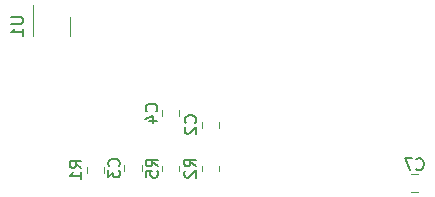
<source format=gbr>
%TF.GenerationSoftware,KiCad,Pcbnew,7.0.7*%
%TF.CreationDate,2024-01-23T19:19:34-06:00*%
%TF.ProjectId,Md-rev-1,4d642d72-6576-42d3-912e-6b696361645f,rev?*%
%TF.SameCoordinates,Original*%
%TF.FileFunction,Legend,Bot*%
%TF.FilePolarity,Positive*%
%FSLAX46Y46*%
G04 Gerber Fmt 4.6, Leading zero omitted, Abs format (unit mm)*
G04 Created by KiCad (PCBNEW 7.0.7) date 2024-01-23 19:19:34*
%MOMM*%
%LPD*%
G01*
G04 APERTURE LIST*
%ADD10C,0.150000*%
%ADD11C,0.120000*%
G04 APERTURE END LIST*
D10*
X142449580Y-122563333D02*
X142497200Y-122515714D01*
X142497200Y-122515714D02*
X142544819Y-122372857D01*
X142544819Y-122372857D02*
X142544819Y-122277619D01*
X142544819Y-122277619D02*
X142497200Y-122134762D01*
X142497200Y-122134762D02*
X142401961Y-122039524D01*
X142401961Y-122039524D02*
X142306723Y-121991905D01*
X142306723Y-121991905D02*
X142116247Y-121944286D01*
X142116247Y-121944286D02*
X141973390Y-121944286D01*
X141973390Y-121944286D02*
X141782914Y-121991905D01*
X141782914Y-121991905D02*
X141687676Y-122039524D01*
X141687676Y-122039524D02*
X141592438Y-122134762D01*
X141592438Y-122134762D02*
X141544819Y-122277619D01*
X141544819Y-122277619D02*
X141544819Y-122372857D01*
X141544819Y-122372857D02*
X141592438Y-122515714D01*
X141592438Y-122515714D02*
X141640057Y-122563333D01*
X141544819Y-122896667D02*
X141544819Y-123515714D01*
X141544819Y-123515714D02*
X141925771Y-123182381D01*
X141925771Y-123182381D02*
X141925771Y-123325238D01*
X141925771Y-123325238D02*
X141973390Y-123420476D01*
X141973390Y-123420476D02*
X142021009Y-123468095D01*
X142021009Y-123468095D02*
X142116247Y-123515714D01*
X142116247Y-123515714D02*
X142354342Y-123515714D01*
X142354342Y-123515714D02*
X142449580Y-123468095D01*
X142449580Y-123468095D02*
X142497200Y-123420476D01*
X142497200Y-123420476D02*
X142544819Y-123325238D01*
X142544819Y-123325238D02*
X142544819Y-123039524D01*
X142544819Y-123039524D02*
X142497200Y-122944286D01*
X142497200Y-122944286D02*
X142449580Y-122896667D01*
X145734819Y-122573333D02*
X145258628Y-122240000D01*
X145734819Y-122001905D02*
X144734819Y-122001905D01*
X144734819Y-122001905D02*
X144734819Y-122382857D01*
X144734819Y-122382857D02*
X144782438Y-122478095D01*
X144782438Y-122478095D02*
X144830057Y-122525714D01*
X144830057Y-122525714D02*
X144925295Y-122573333D01*
X144925295Y-122573333D02*
X145068152Y-122573333D01*
X145068152Y-122573333D02*
X145163390Y-122525714D01*
X145163390Y-122525714D02*
X145211009Y-122478095D01*
X145211009Y-122478095D02*
X145258628Y-122382857D01*
X145258628Y-122382857D02*
X145258628Y-122001905D01*
X144734819Y-123478095D02*
X144734819Y-123001905D01*
X144734819Y-123001905D02*
X145211009Y-122954286D01*
X145211009Y-122954286D02*
X145163390Y-123001905D01*
X145163390Y-123001905D02*
X145115771Y-123097143D01*
X145115771Y-123097143D02*
X145115771Y-123335238D01*
X145115771Y-123335238D02*
X145163390Y-123430476D01*
X145163390Y-123430476D02*
X145211009Y-123478095D01*
X145211009Y-123478095D02*
X145306247Y-123525714D01*
X145306247Y-123525714D02*
X145544342Y-123525714D01*
X145544342Y-123525714D02*
X145639580Y-123478095D01*
X145639580Y-123478095D02*
X145687200Y-123430476D01*
X145687200Y-123430476D02*
X145734819Y-123335238D01*
X145734819Y-123335238D02*
X145734819Y-123097143D01*
X145734819Y-123097143D02*
X145687200Y-123001905D01*
X145687200Y-123001905D02*
X145639580Y-122954286D01*
X148984819Y-122575833D02*
X148508628Y-122242500D01*
X148984819Y-122004405D02*
X147984819Y-122004405D01*
X147984819Y-122004405D02*
X147984819Y-122385357D01*
X147984819Y-122385357D02*
X148032438Y-122480595D01*
X148032438Y-122480595D02*
X148080057Y-122528214D01*
X148080057Y-122528214D02*
X148175295Y-122575833D01*
X148175295Y-122575833D02*
X148318152Y-122575833D01*
X148318152Y-122575833D02*
X148413390Y-122528214D01*
X148413390Y-122528214D02*
X148461009Y-122480595D01*
X148461009Y-122480595D02*
X148508628Y-122385357D01*
X148508628Y-122385357D02*
X148508628Y-122004405D01*
X148080057Y-122956786D02*
X148032438Y-123004405D01*
X148032438Y-123004405D02*
X147984819Y-123099643D01*
X147984819Y-123099643D02*
X147984819Y-123337738D01*
X147984819Y-123337738D02*
X148032438Y-123432976D01*
X148032438Y-123432976D02*
X148080057Y-123480595D01*
X148080057Y-123480595D02*
X148175295Y-123528214D01*
X148175295Y-123528214D02*
X148270533Y-123528214D01*
X148270533Y-123528214D02*
X148413390Y-123480595D01*
X148413390Y-123480595D02*
X148984819Y-122909167D01*
X148984819Y-122909167D02*
X148984819Y-123528214D01*
X133334819Y-109938095D02*
X134144342Y-109938095D01*
X134144342Y-109938095D02*
X134239580Y-109985714D01*
X134239580Y-109985714D02*
X134287200Y-110033333D01*
X134287200Y-110033333D02*
X134334819Y-110128571D01*
X134334819Y-110128571D02*
X134334819Y-110319047D01*
X134334819Y-110319047D02*
X134287200Y-110414285D01*
X134287200Y-110414285D02*
X134239580Y-110461904D01*
X134239580Y-110461904D02*
X134144342Y-110509523D01*
X134144342Y-110509523D02*
X133334819Y-110509523D01*
X134334819Y-111509523D02*
X134334819Y-110938095D01*
X134334819Y-111223809D02*
X133334819Y-111223809D01*
X133334819Y-111223809D02*
X133477676Y-111128571D01*
X133477676Y-111128571D02*
X133572914Y-111033333D01*
X133572914Y-111033333D02*
X133620533Y-110938095D01*
X148909580Y-118883333D02*
X148957200Y-118835714D01*
X148957200Y-118835714D02*
X149004819Y-118692857D01*
X149004819Y-118692857D02*
X149004819Y-118597619D01*
X149004819Y-118597619D02*
X148957200Y-118454762D01*
X148957200Y-118454762D02*
X148861961Y-118359524D01*
X148861961Y-118359524D02*
X148766723Y-118311905D01*
X148766723Y-118311905D02*
X148576247Y-118264286D01*
X148576247Y-118264286D02*
X148433390Y-118264286D01*
X148433390Y-118264286D02*
X148242914Y-118311905D01*
X148242914Y-118311905D02*
X148147676Y-118359524D01*
X148147676Y-118359524D02*
X148052438Y-118454762D01*
X148052438Y-118454762D02*
X148004819Y-118597619D01*
X148004819Y-118597619D02*
X148004819Y-118692857D01*
X148004819Y-118692857D02*
X148052438Y-118835714D01*
X148052438Y-118835714D02*
X148100057Y-118883333D01*
X148100057Y-119264286D02*
X148052438Y-119311905D01*
X148052438Y-119311905D02*
X148004819Y-119407143D01*
X148004819Y-119407143D02*
X148004819Y-119645238D01*
X148004819Y-119645238D02*
X148052438Y-119740476D01*
X148052438Y-119740476D02*
X148100057Y-119788095D01*
X148100057Y-119788095D02*
X148195295Y-119835714D01*
X148195295Y-119835714D02*
X148290533Y-119835714D01*
X148290533Y-119835714D02*
X148433390Y-119788095D01*
X148433390Y-119788095D02*
X149004819Y-119216667D01*
X149004819Y-119216667D02*
X149004819Y-119835714D01*
X145609580Y-117913333D02*
X145657200Y-117865714D01*
X145657200Y-117865714D02*
X145704819Y-117722857D01*
X145704819Y-117722857D02*
X145704819Y-117627619D01*
X145704819Y-117627619D02*
X145657200Y-117484762D01*
X145657200Y-117484762D02*
X145561961Y-117389524D01*
X145561961Y-117389524D02*
X145466723Y-117341905D01*
X145466723Y-117341905D02*
X145276247Y-117294286D01*
X145276247Y-117294286D02*
X145133390Y-117294286D01*
X145133390Y-117294286D02*
X144942914Y-117341905D01*
X144942914Y-117341905D02*
X144847676Y-117389524D01*
X144847676Y-117389524D02*
X144752438Y-117484762D01*
X144752438Y-117484762D02*
X144704819Y-117627619D01*
X144704819Y-117627619D02*
X144704819Y-117722857D01*
X144704819Y-117722857D02*
X144752438Y-117865714D01*
X144752438Y-117865714D02*
X144800057Y-117913333D01*
X145038152Y-118770476D02*
X145704819Y-118770476D01*
X144657200Y-118532381D02*
X145371485Y-118294286D01*
X145371485Y-118294286D02*
X145371485Y-118913333D01*
X167636666Y-122799580D02*
X167684285Y-122847200D01*
X167684285Y-122847200D02*
X167827142Y-122894819D01*
X167827142Y-122894819D02*
X167922380Y-122894819D01*
X167922380Y-122894819D02*
X168065237Y-122847200D01*
X168065237Y-122847200D02*
X168160475Y-122751961D01*
X168160475Y-122751961D02*
X168208094Y-122656723D01*
X168208094Y-122656723D02*
X168255713Y-122466247D01*
X168255713Y-122466247D02*
X168255713Y-122323390D01*
X168255713Y-122323390D02*
X168208094Y-122132914D01*
X168208094Y-122132914D02*
X168160475Y-122037676D01*
X168160475Y-122037676D02*
X168065237Y-121942438D01*
X168065237Y-121942438D02*
X167922380Y-121894819D01*
X167922380Y-121894819D02*
X167827142Y-121894819D01*
X167827142Y-121894819D02*
X167684285Y-121942438D01*
X167684285Y-121942438D02*
X167636666Y-121990057D01*
X167303332Y-121894819D02*
X166636666Y-121894819D01*
X166636666Y-121894819D02*
X167065237Y-122894819D01*
X139274819Y-122713333D02*
X138798628Y-122380000D01*
X139274819Y-122141905D02*
X138274819Y-122141905D01*
X138274819Y-122141905D02*
X138274819Y-122522857D01*
X138274819Y-122522857D02*
X138322438Y-122618095D01*
X138322438Y-122618095D02*
X138370057Y-122665714D01*
X138370057Y-122665714D02*
X138465295Y-122713333D01*
X138465295Y-122713333D02*
X138608152Y-122713333D01*
X138608152Y-122713333D02*
X138703390Y-122665714D01*
X138703390Y-122665714D02*
X138751009Y-122618095D01*
X138751009Y-122618095D02*
X138798628Y-122522857D01*
X138798628Y-122522857D02*
X138798628Y-122141905D01*
X139274819Y-123665714D02*
X139274819Y-123094286D01*
X139274819Y-123380000D02*
X138274819Y-123380000D01*
X138274819Y-123380000D02*
X138417676Y-123284762D01*
X138417676Y-123284762D02*
X138512914Y-123189524D01*
X138512914Y-123189524D02*
X138560533Y-123094286D01*
D11*
%TO.C,C3*%
X144370000Y-122468748D02*
X144370000Y-122991252D01*
X142900000Y-122468748D02*
X142900000Y-122991252D01*
%TO.C,R5*%
X146065000Y-122969564D02*
X146065000Y-122515436D01*
X147535000Y-122969564D02*
X147535000Y-122515436D01*
%TO.C,R2*%
X150915000Y-122515436D02*
X150915000Y-122969564D01*
X149445000Y-122515436D02*
X149445000Y-122969564D01*
%TO.C,U1*%
X138330000Y-110707500D02*
X138330000Y-109907500D01*
X138330000Y-110707500D02*
X138330000Y-111507500D01*
X135210000Y-110707500D02*
X135210000Y-108907500D01*
X135210000Y-110707500D02*
X135210000Y-111507500D01*
%TO.C,C2*%
X150965000Y-118788748D02*
X150965000Y-119311252D01*
X149495000Y-118788748D02*
X149495000Y-119311252D01*
%TO.C,C4*%
X146065000Y-118341252D02*
X146065000Y-117818748D01*
X147535000Y-118341252D02*
X147535000Y-117818748D01*
%TO.C,C7*%
X167208748Y-123245000D02*
X167731252Y-123245000D01*
X167208748Y-124715000D02*
X167731252Y-124715000D01*
%TO.C,R1*%
X141205000Y-122652936D02*
X141205000Y-123107064D01*
X139735000Y-122652936D02*
X139735000Y-123107064D01*
%TD*%
M02*

</source>
